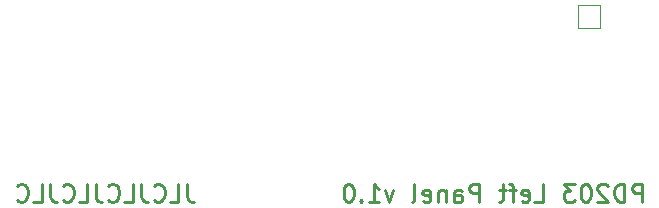
<source format=gbr>
%TF.GenerationSoftware,KiCad,Pcbnew,(6.0.11)*%
%TF.CreationDate,2023-07-10T01:10:07-07:00*%
%TF.ProjectId,cga-ypbpr-left,6367612d-7970-4627-9072-2d6c6566742e,rev?*%
%TF.SameCoordinates,PX2990618PY4bd2668*%
%TF.FileFunction,Legend,Bot*%
%TF.FilePolarity,Positive*%
%FSLAX46Y46*%
G04 Gerber Fmt 4.6, Leading zero omitted, Abs format (unit mm)*
G04 Created by KiCad (PCBNEW (6.0.11)) date 2023-07-10 01:10:07*
%MOMM*%
%LPD*%
G01*
G04 APERTURE LIST*
%ADD10C,0.250000*%
%ADD11C,0.120000*%
G04 APERTURE END LIST*
D10*
X2345571Y27326429D02*
X2345571Y26255000D01*
X2417000Y26040715D01*
X2559857Y25897858D01*
X2774142Y25826429D01*
X2917000Y25826429D01*
X917000Y25826429D02*
X1631285Y25826429D01*
X1631285Y27326429D01*
X-440143Y25969286D02*
X-368715Y25897858D01*
X-154429Y25826429D01*
X-11572Y25826429D01*
X202714Y25897858D01*
X345571Y26040715D01*
X417000Y26183572D01*
X488428Y26469286D01*
X488428Y26683572D01*
X417000Y26969286D01*
X345571Y27112143D01*
X202714Y27255000D01*
X-11572Y27326429D01*
X-154429Y27326429D01*
X-368715Y27255000D01*
X-440143Y27183572D01*
X-1511572Y27326429D02*
X-1511572Y26255000D01*
X-1440143Y26040715D01*
X-1297286Y25897858D01*
X-1083000Y25826429D01*
X-940143Y25826429D01*
X-2940143Y25826429D02*
X-2225858Y25826429D01*
X-2225858Y27326429D01*
X-4297286Y25969286D02*
X-4225858Y25897858D01*
X-4011572Y25826429D01*
X-3868715Y25826429D01*
X-3654429Y25897858D01*
X-3511572Y26040715D01*
X-3440143Y26183572D01*
X-3368715Y26469286D01*
X-3368715Y26683572D01*
X-3440143Y26969286D01*
X-3511572Y27112143D01*
X-3654429Y27255000D01*
X-3868715Y27326429D01*
X-4011572Y27326429D01*
X-4225858Y27255000D01*
X-4297286Y27183572D01*
X-5368715Y27326429D02*
X-5368715Y26255000D01*
X-5297286Y26040715D01*
X-5154429Y25897858D01*
X-4940143Y25826429D01*
X-4797286Y25826429D01*
X-6797286Y25826429D02*
X-6083000Y25826429D01*
X-6083000Y27326429D01*
X-8154429Y25969286D02*
X-8083000Y25897858D01*
X-7868715Y25826429D01*
X-7725858Y25826429D01*
X-7511572Y25897858D01*
X-7368715Y26040715D01*
X-7297286Y26183572D01*
X-7225858Y26469286D01*
X-7225858Y26683572D01*
X-7297286Y26969286D01*
X-7368715Y27112143D01*
X-7511572Y27255000D01*
X-7725858Y27326429D01*
X-7868715Y27326429D01*
X-8083000Y27255000D01*
X-8154429Y27183572D01*
X-9225858Y27326429D02*
X-9225858Y26255000D01*
X-9154429Y26040715D01*
X-9011572Y25897858D01*
X-8797286Y25826429D01*
X-8654429Y25826429D01*
X-10654429Y25826429D02*
X-9940143Y25826429D01*
X-9940143Y27326429D01*
X-12011572Y25969286D02*
X-11940143Y25897858D01*
X-11725858Y25826429D01*
X-11583000Y25826429D01*
X-11368715Y25897858D01*
X-11225858Y26040715D01*
X-11154429Y26183572D01*
X-11083000Y26469286D01*
X-11083000Y26683572D01*
X-11154429Y26969286D01*
X-11225858Y27112143D01*
X-11368715Y27255000D01*
X-11583000Y27326429D01*
X-11725858Y27326429D01*
X-11940143Y27255000D01*
X-12011572Y27183572D01*
X40906142Y25826429D02*
X40906142Y27326429D01*
X40334714Y27326429D01*
X40191857Y27255000D01*
X40120428Y27183572D01*
X40049000Y27040715D01*
X40049000Y26826429D01*
X40120428Y26683572D01*
X40191857Y26612143D01*
X40334714Y26540715D01*
X40906142Y26540715D01*
X39406142Y25826429D02*
X39406142Y27326429D01*
X39049000Y27326429D01*
X38834714Y27255000D01*
X38691857Y27112143D01*
X38620428Y26969286D01*
X38549000Y26683572D01*
X38549000Y26469286D01*
X38620428Y26183572D01*
X38691857Y26040715D01*
X38834714Y25897858D01*
X39049000Y25826429D01*
X39406142Y25826429D01*
X37977571Y27183572D02*
X37906142Y27255000D01*
X37763285Y27326429D01*
X37406142Y27326429D01*
X37263285Y27255000D01*
X37191857Y27183572D01*
X37120428Y27040715D01*
X37120428Y26897858D01*
X37191857Y26683572D01*
X38049000Y25826429D01*
X37120428Y25826429D01*
X36191857Y27326429D02*
X36049000Y27326429D01*
X35906142Y27255000D01*
X35834714Y27183572D01*
X35763285Y27040715D01*
X35691857Y26755000D01*
X35691857Y26397858D01*
X35763285Y26112143D01*
X35834714Y25969286D01*
X35906142Y25897858D01*
X36049000Y25826429D01*
X36191857Y25826429D01*
X36334714Y25897858D01*
X36406142Y25969286D01*
X36477571Y26112143D01*
X36549000Y26397858D01*
X36549000Y26755000D01*
X36477571Y27040715D01*
X36406142Y27183572D01*
X36334714Y27255000D01*
X36191857Y27326429D01*
X35191857Y27326429D02*
X34263285Y27326429D01*
X34763285Y26755000D01*
X34549000Y26755000D01*
X34406142Y26683572D01*
X34334714Y26612143D01*
X34263285Y26469286D01*
X34263285Y26112143D01*
X34334714Y25969286D01*
X34406142Y25897858D01*
X34549000Y25826429D01*
X34977571Y25826429D01*
X35120428Y25897858D01*
X35191857Y25969286D01*
X31763285Y25826429D02*
X32477571Y25826429D01*
X32477571Y27326429D01*
X30691857Y25897858D02*
X30834714Y25826429D01*
X31120428Y25826429D01*
X31263285Y25897858D01*
X31334714Y26040715D01*
X31334714Y26612143D01*
X31263285Y26755000D01*
X31120428Y26826429D01*
X30834714Y26826429D01*
X30691857Y26755000D01*
X30620428Y26612143D01*
X30620428Y26469286D01*
X31334714Y26326429D01*
X30191857Y26826429D02*
X29620428Y26826429D01*
X29977571Y25826429D02*
X29977571Y27112143D01*
X29906142Y27255000D01*
X29763285Y27326429D01*
X29620428Y27326429D01*
X29334714Y26826429D02*
X28763285Y26826429D01*
X29120428Y27326429D02*
X29120428Y26040715D01*
X29049000Y25897858D01*
X28906142Y25826429D01*
X28763285Y25826429D01*
X27120428Y25826429D02*
X27120428Y27326429D01*
X26549000Y27326429D01*
X26406142Y27255000D01*
X26334714Y27183572D01*
X26263285Y27040715D01*
X26263285Y26826429D01*
X26334714Y26683572D01*
X26406142Y26612143D01*
X26549000Y26540715D01*
X27120428Y26540715D01*
X24977571Y25826429D02*
X24977571Y26612143D01*
X25049000Y26755000D01*
X25191857Y26826429D01*
X25477571Y26826429D01*
X25620428Y26755000D01*
X24977571Y25897858D02*
X25120428Y25826429D01*
X25477571Y25826429D01*
X25620428Y25897858D01*
X25691857Y26040715D01*
X25691857Y26183572D01*
X25620428Y26326429D01*
X25477571Y26397858D01*
X25120428Y26397858D01*
X24977571Y26469286D01*
X24263285Y26826429D02*
X24263285Y25826429D01*
X24263285Y26683572D02*
X24191857Y26755000D01*
X24049000Y26826429D01*
X23834714Y26826429D01*
X23691857Y26755000D01*
X23620428Y26612143D01*
X23620428Y25826429D01*
X22334714Y25897858D02*
X22477571Y25826429D01*
X22763285Y25826429D01*
X22906142Y25897858D01*
X22977571Y26040715D01*
X22977571Y26612143D01*
X22906142Y26755000D01*
X22763285Y26826429D01*
X22477571Y26826429D01*
X22334714Y26755000D01*
X22263285Y26612143D01*
X22263285Y26469286D01*
X22977571Y26326429D01*
X21406142Y25826429D02*
X21549000Y25897858D01*
X21620428Y26040715D01*
X21620428Y27326429D01*
X19834714Y26826429D02*
X19477571Y25826429D01*
X19120428Y26826429D01*
X17763285Y25826429D02*
X18620428Y25826429D01*
X18191857Y25826429D02*
X18191857Y27326429D01*
X18334714Y27112143D01*
X18477571Y26969286D01*
X18620428Y26897858D01*
X17120428Y25969286D02*
X17049000Y25897858D01*
X17120428Y25826429D01*
X17191857Y25897858D01*
X17120428Y25969286D01*
X17120428Y25826429D01*
X16120428Y27326429D02*
X15977571Y27326429D01*
X15834714Y27255000D01*
X15763285Y27183572D01*
X15691857Y27040715D01*
X15620428Y26755000D01*
X15620428Y26397858D01*
X15691857Y26112143D01*
X15763285Y25969286D01*
X15834714Y25897858D01*
X15977571Y25826429D01*
X16120428Y25826429D01*
X16263285Y25897858D01*
X16334714Y25969286D01*
X16406142Y26112143D01*
X16477571Y26397858D01*
X16477571Y26755000D01*
X16406142Y27040715D01*
X16334714Y27183572D01*
X16263285Y27255000D01*
X16120428Y27326429D01*
D11*
%TO.C,TP1*%
X35467000Y40555000D02*
X37367000Y40555000D01*
X35467000Y42455000D02*
X35467000Y40555000D01*
X37367000Y42455000D02*
X35467000Y42455000D01*
X37367000Y40555000D02*
X37367000Y42455000D01*
%TD*%
M02*

</source>
